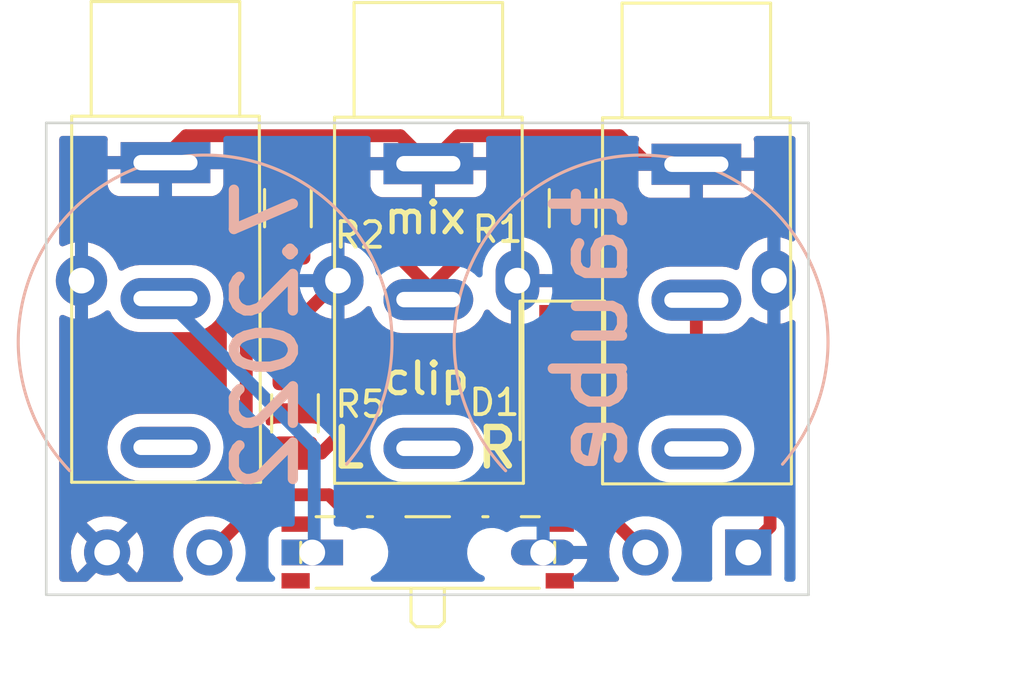
<source format=kicad_pcb>
(kicad_pcb (version 20211014) (generator pcbnew)
  (layers (0 "F.Cu" signal) (31 "B.Cu" signal) (34 "B.Paste" user) (35 "F.Paste" user) (36 "B.SilkS" user "B.Silkscreen") (37 "F.SilkS" user "F.Silkscreen") (38 "B.Mask" user) (39 "F.Mask" user) (44 "Edge.Cuts" user))
  (net 0 "")
  (net 1 "GND")
  (net 2 "Net-(J1-PadT)")
  (net 4 "Net-(J2-PadT)")
  (net 6 "Net-(J3-PadT)")
  (net 8 "Net-(R1-Pad1)")
  (net 9 "Net-(R2-Pad1)")
  (net 10 "Net-(D1-Pad2)")
  (footprint "Diode_SMD:D_SMA" (layer "F.Cu") (at 127.975 74.95 -90)
    (fp_text reference "D1" hide)
    (fp_text value "D")
    (fp_text user "${REFERENCE}" (at 0.55 2.65) (layer "F.SilkS"))
    (fp_line (start -3.4 -1.65) (end -3.4 1.65) (layer "F.SilkS") (width 0.12))
    (fp_line (start -3.4 1.65) (end 2 1.65) (layer "F.SilkS") (width 0.12))
    (fp_line (start -3.4 -1.65) (end 2 -1.65) (layer "F.SilkS") (width 0.12))
    (pad "1" smd rect (at -2 0 270) (size 2.5 1.8) (layers "F.Cu" "F.Paste" "F.Mask") (net 1 "GND"))
    (pad "2" smd rect (at 2 0 270) (size 2.5 1.8) (layers "F.Cu" "F.Paste" "F.Mask") (net 10 "Net-(D1-Pad2)"))
  )
  (footprint "Resistor_SMD:R_1206_3216Metric_Pad1.30x1.75mm_HandSolder" (layer "F.Cu") (at 128.375 67.925 90)
    (fp_text reference "R1" (at -0.825 -2.925) (layer "F.SilkS"))
    (fp_text value "10k")
    (fp_line (start -0.727064 -0.91) (end 0.727064 -0.91) (layer "F.SilkS") (width 0.12))
    (fp_line (start -0.727064 0.91) (end 0.727064 0.91) (layer "F.SilkS") (width 0.12))
    (pad "1" smd roundrect (at -1.55 0 90) (size 1.3 1.75) (layers "F.Cu" "F.Paste" "F.Mask") (roundrect_rratio 0.1923076923) (net 8 "Net-(R1-Pad1)"))
    (pad "2" smd roundrect (at 1.55 0 90) (size 1.3 1.75) (layers "F.Cu" "F.Paste" "F.Mask") (roundrect_rratio 0.1923076923) (net 6 "Net-(J3-PadT)"))
  )
  (footprint "urbsLib:Jack_3.5mm_PJ323_Horizontal" (layer "F.Cu") (at 133.2 71.5125)
    (fp_text reference "J1" hide)
    (fp_text value "AudioJack2_SwitchT")
    (fp_line (start 3.6576 -7.112) (end 3.7084 7.1628) (layer "F.SilkS") (width 0.12))
    (fp_line (start -3.6576 -7.112) (end -3.6576 7.1628) (layer "F.SilkS") (width 0.12))
    (fp_line (start -3.6576 7.1628) (end 3.7084 7.1628) (layer "F.SilkS") (width 0.12))
    (fp_line (start 2.8956 -11.5824) (end -2.8956 -11.5824) (layer "F.SilkS") (width 0.12))
    (fp_line (start -3.6576 -7.112) (end 3.6576 -7.112) (layer "F.SilkS") (width 0.12))
    (fp_line (start -2.8956 -11.5824) (end -2.8956 -7.112) (layer "F.SilkS") (width 0.12))
    (fp_line (start 2.8956 -7.112) (end 2.8956 -11.5824) (layer "F.SilkS") (width 0.12))
    (pad "S" thru_hole rect (at 0 -5.3 180) (size 3.5 1.6) (drill oval 2.5 0.6) (layers *.Cu *.Mask) (net 1 "GND"))
    (pad "T" thru_hole oval (at 0 0 180) (size 3.5 1.6) (drill oval 2.5 0.6) (layers *.Cu *.Mask) (net 2 "Net-(J1-PadT)"))
    (pad "TN" thru_hole oval (at 0 5.8 180) (size 3.5 1.6) (drill oval 2.5 0.6) (layers *.Cu *.Mask))
  )
  (footprint "Button_Switch_SMD:SW_SP3T_PCM13" (layer "F.Cu") (at 122.725 81.025)
    (fp_text reference "SW1" hide)
    (fp_text value "SW_SP3T")
    (fp_line (start 0.45 3.22) (end -0.45 3.22) (layer "F.SilkS") (width 0.12))
    (fp_line (start -0.65 3.02) (end -0.45 3.22) (layer "F.SilkS") (width 0.12))
    (fp_line (start 4.95 0.72) (end 4.95 -0.07) (layer "F.SilkS") (width 0.12))
    (fp_line (start -0.85 -1.07) (end 0.85 -1.07) (layer "F.SilkS") (width 0.12))
    (fp_line (start -4.35 -1.07) (end -3.65 -1.07) (layer "F.SilkS") (width 0.12))
    (fp_line (start 0.65 3.02) (end 0.65 1.72) (layer "F.SilkS") (width 0.12))
    (fp_line (start -4.95 -0.07) (end -4.95 0.72) (layer "F.SilkS") (width 0.12))
    (fp_line (start -4.35 1.72) (end 4.35 1.72) (layer "F.SilkS") (width 0.12))
    (fp_line (start -2.35 -1.07) (end -2.15 -1.07) (layer "F.SilkS") (width 0.12))
    (fp_line (start -0.65 1.72) (end -0.65 3.02) (layer "F.SilkS") (width 0.12))
    (fp_line (start 3.65 -1.07) (end 4.35 -1.07) (layer "F.SilkS") (width 0.12))
    (fp_line (start 0.65 3.02) (end 0.45 3.22) (layer "F.SilkS") (width 0.12))
    (fp_line (start 2.15 -1.07) (end 2.35 -1.07) (layer "F.SilkS") (width 0.12))
    (pad "" smd rect (at 5.15 1.43) (size 1.1 0.6) (layers "F.Cu" "F.Paste" "F.Mask"))
    (pad "" np_thru_hole circle (at 2.5 0.33) (size 0.9 0.9) (drill 0.9) (layers *.Cu *.Mask))
    (pad "" smd rect (at 5.15 -0.78) (size 1.1 0.6) (layers "F.Cu" "F.Paste" "F.Mask"))
    (pad "" smd rect (at -5.15 -0.78) (size 1.1 0.6) (layers "F.Cu" "F.Paste" "F.Mask"))
    (pad "" smd rect (at -5.15 1.43) (size 1.1 0.6) (layers "F.Cu" "F.Paste" "F.Mask"))
    (pad "" np_thru_hole circle (at -2.5 0.33) (size 0.9 0.9) (drill 0.9) (layers *.Cu *.Mask))
    (pad "1" smd rect (at -3 -1.43) (size 0.7 1.5) (layers "F.Cu" "F.Paste" "F.Mask") (net 9 "Net-(R2-Pad1)"))
    (pad "2" smd rect (at -1.5 -1.43) (size 0.7 1.5) (layers "F.Cu" "F.Paste" "F.Mask"))
    (pad "3" smd rect (at 1.5 -1.43) (size 0.7 1.5) (layers "F.Cu" "F.Paste" "F.Mask") (net 10 "Net-(D1-Pad2)"))
    (pad "4" smd rect (at 3 -1.43) (size 0.7 1.5) (layers "F.Cu" "F.Paste" "F.Mask") (net 8 "Net-(R1-Pad1)"))
  )
  (footprint "urbsLib:Jack_3.5mm_PJ323_Horizontal" (layer "F.Cu") (at 112.5 71.45)
    (fp_text reference "J2" hide)
    (fp_text value "AudioJack2_SwitchT")
    (fp_line (start 2.8956 -11.5824) (end -2.8956 -11.5824) (layer "F.SilkS") (width 0.12))
    (fp_line (start -3.6576 -7.112) (end -3.6576 7.1628) (layer "F.SilkS") (width 0.12))
    (fp_line (start -3.6576 -7.112) (end 3.6576 -7.112) (layer "F.SilkS") (width 0.12))
    (fp_line (start -3.6576 7.1628) (end 3.7084 7.1628) (layer "F.SilkS") (width 0.12))
    (fp_line (start 2.8956 -7.112) (end 2.8956 -11.5824) (layer "F.SilkS") (width 0.12))
    (fp_line (start 3.6576 -7.112) (end 3.7084 7.1628) (layer "F.SilkS") (width 0.12))
    (fp_line (start -2.8956 -11.5824) (end -2.8956 -7.112) (layer "F.SilkS") (width 0.12))
    (pad "S" thru_hole rect (at 0 -5.3 180) (size 3.5 1.6) (drill oval 2.5 0.6) (layers *.Cu *.Mask) (net 1 "GND"))
    (pad "T" thru_hole oval (at 0 0 180) (size 3.5 1.6) (drill oval 2.5 0.6) (layers *.Cu *.Mask) (net 4 "Net-(J2-PadT)"))
    (pad "TN" thru_hole oval (at 0 5.8 180) (size 3.5 1.6) (drill oval 2.5 0.6) (layers *.Cu *.Mask))
  )
  (footprint "urbsLib:Jack_3.5mm_PJ323_Horizontal" (layer "F.Cu") (at 122.75 71.49)
    (fp_text reference "J3" hide)
    (fp_text value "AudioJack2_SwitchT")
    (fp_line (start 3.6576 -7.112) (end 3.7084 7.1628) (layer "F.SilkS") (width 0.12))
    (fp_line (start 2.8956 -11.5824) (end -2.8956 -11.5824) (layer "F.SilkS") (width 0.12))
    (fp_line (start -3.6576 -7.112) (end -3.6576 7.1628) (layer "F.SilkS") (width 0.12))
    (fp_line (start 2.8956 -7.112) (end 2.8956 -11.5824) (layer "F.SilkS") (width 0.12))
    (fp_line (start -3.6576 7.1628) (end 3.7084 7.1628) (layer "F.SilkS") (width 0.12))
    (fp_line (start -2.8956 -11.5824) (end -2.8956 -7.112) (layer "F.SilkS") (width 0.12))
    (fp_line (start -3.6576 -7.112) (end 3.6576 -7.112) (layer "F.SilkS") (width 0.12))
    (pad "S" thru_hole rect (at 0 -5.3 180) (size 3.5 1.6) (drill oval 2.5 0.6) (layers *.Cu *.Mask) (net 1 "GND"))
    (pad "T" thru_hole oval (at 0 0 180) (size 3.5 1.6) (drill oval 2.5 0.6) (layers *.Cu *.Mask) (net 6 "Net-(J3-PadT)"))
    (pad "TN" thru_hole oval (at 0 5.8 180) (size 3.5 1.6) (drill oval 2.5 0.6) (layers *.Cu *.Mask))
  )
  (footprint "Resistor_SMD:R_1206_3216Metric_Pad1.30x1.75mm_HandSolder" (layer "F.Cu") (at 117.275 67.925 90)
    (fp_text reference "R2" (at -1.05 2.8 180) (layer "F.SilkS"))
    (fp_text value "10k")
    (fp_line (start -0.727064 -0.91) (end 0.727064 -0.91) (layer "F.SilkS") (width 0.12))
    (fp_line (start -0.727064 0.91) (end 0.727064 0.91) (layer "F.SilkS") (width 0.12))
    (pad "1" smd roundrect (at -1.55 0 90) (size 1.3 1.75) (layers "F.Cu" "F.Paste" "F.Mask") (roundrect_rratio 0.1923076923) (net 9 "Net-(R2-Pad1)"))
    (pad "2" smd roundrect (at 1.55 0 90) (size 1.3 1.75) (layers "F.Cu" "F.Paste" "F.Mask") (roundrect_rratio 0.1923076923) (net 6 "Net-(J3-PadT)"))
  )
  (footprint "Resistor_SMD:R_1206_3216Metric_Pad1.30x1.75mm_HandSolder" (layer "F.Cu") (at 117.55 75.925 -90)
    (fp_text reference "R5" (at -0.35 -2.55 180) (layer "F.SilkS"))
    (fp_text value "10k")
    (fp_line (start -0.727064 -0.91) (end 0.727064 -0.91) (layer "F.SilkS") (width 0.12))
    (fp_line (start -0.727064 0.91) (end 0.727064 0.91) (layer "F.SilkS") (width 0.12))
    (pad "1" smd roundrect (at -1.55 0 270) (size 1.3 1.75) (layers "F.Cu" "F.Paste" "F.Mask") (roundrect_rratio 0.1923076923) (net 1 "GND"))
    (pad "2" smd roundrect (at 1.55 0 270) (size 1.3 1.75) (layers "F.Cu" "F.Paste" "F.Mask") (roundrect_rratio 0.1923076923) (net 10 "Net-(D1-Pad2)"))
  )
  (footprint "urbsLib:Potentiometer_FlatAli_Single_Vertical" (layer "B.Cu") (at 114.225 75.75 180)
    (fp_text reference "RV2" hide)
    (fp_text value "47k")
    (fp_arc (start 5.461 -2.413) (mid 0.350062 9.892926) (end -5.334 -2.159) (layer "B.SilkS") (width 0.12))
    (pad "" thru_hole oval (at 5 5 180) (size 2 2) (drill 1) (layers *.Cu *.Mask) (net 1 "GND"))
    (pad "" thru_hole oval (at -5 5 180) (size 2 2) (drill 1) (layers *.Cu *.Mask) (net 1 "GND"))
    (pad "1" thru_hole rect (at -4 -5.6 180) (size 2.4 1) (drill 1) (layers *.Cu *.Mask) (net 4 "Net-(J2-PadT)"))
    (pad "2" thru_hole circle (at 0.012 -5.6 180) (size 1.8 1.8) (drill 1) (layers *.Cu *.Mask) (net 9 "Net-(R2-Pad1)"))
    (pad "3" thru_hole circle (at 4 -5.6 180) (size 1.8 1.8) (drill 1) (layers *.Cu *.Mask) (net 1 "GND"))
  )
  (footprint "urbsLib:Potentiometer_FlatAli_Single_Vertical" (layer "B.Cu") (at 131.225 75.75 180)
    (fp_text reference "RV1" hide)
    (fp_text value "47k")
    (fp_arc (start 5.461 -2.413) (mid 0.350062 9.892926) (end -5.334 -2.159) (layer "B.SilkS") (width 0.12))
    (pad "" thru_hole oval (at -5 5 180) (size 1.7 2.4) (drill 1) (layers *.Cu *.Mask) (net 1 "GND"))
    (pad "" thru_hole oval (at 5 5 180) (size 1.7 2.4) (drill 1) (layers *.Cu *.Mask) (net 1 "GND"))
    (pad "1" thru_hole rect (at -4 -5.6 180) (size 1.8 1.8) (drill 1) (layers *.Cu *.Mask) (net 2 "Net-(J1-PadT)"))
    (pad "2" thru_hole circle (at 0.012 -5.6 180) (size 1.8 1.8) (drill 1) (layers *.Cu *.Mask) (net 8 "Net-(R1-Pad1)"))
    (pad "3" thru_hole oval (at 4 -5.6 180) (size 2.5 1) (drill 1) (layers *.Cu *.Mask) (net 1 "GND"))
  )
  (gr_line (start 137.575 83) (end 107.85 83) (layer "Edge.Cuts") (width 0.1))
  (gr_line (start 107.85 64.6) (end 137.575 64.6) (layer "Edge.Cuts") (width 0.1))
  (gr_line (start 137.575 64.6) (end 137.575 83) (layer "Edge.Cuts") (width 0.1))
  (gr_line (start 107.85 83) (end 107.85 64.6) (layer "Edge.Cuts") (width 0.1))
  (gr_text "7.2022" (at 116.425 72.9 90) (layer "B.SilkS") (effects (font (size 2.3 2.3) (thickness 0.4)) (justify mirror)))
  (gr_text "taube" (at 129.075 72.7 90) (layer "B.SilkS") (effects (font (size 2.7 2.7) (thickness 0.4)) (justify mirror)))
  (gr_text "clip" (at 122.675 74.575) (layer "F.SilkS") (effects (font (size 1.2 1.2) (thickness 0.2))))
  (gr_text "L" (at 119.625 77.275) (layer "F.SilkS") (effects (font (size 1.5 1.5) (thickness 0.25))))
  (gr_text "R" (at 125.425 77.275) (layer "F.SilkS") (effects (font (size 1.5 1.5) (thickness 0.25))))
  (gr_text "mix" (at 122.625 68.3) (layer "F.SilkS") (effects (font (size 1.2 1.2) (thickness 0.2))))
  (segment (start 112.5 66.15) (end 112.5 65.9) (width 0.5) (layer "F.Cu") (net 1))
  (segment (start 125.525 73.95) (end 117.975 73.95) (width 0.5) (layer "F.Cu") (net 1))
  (segment (start 117.55 74.375) (end 117.55 72.425) (width 0.5) (layer "F.Cu") (net 1))
  (segment (start 117.975 73.95) (end 117.55 74.375) (width 0.5) (layer "F.Cu") (net 1))
  (segment (start 121.66 65.1) (end 122.75 66.19) (width 0.5) (layer "F.Cu") (net 1))
  (segment (start 113.3 65.1) (end 121.66 65.1) (width 0.5) (layer "F.Cu") (net 1))
  (segment (start 122.89 66.19) (end 122.9 66.2) (width 0.25) (layer "F.Cu") (net 1))
  (segment (start 117.55 72.425) (end 119.225 70.75) (width 0.5) (layer "F.Cu") (net 1))
  (segment (start 132.95 66.2) (end 133 66.15) (width 0.25) (layer "F.Cu") (net 1))
  (segment (start 126.525 72.95) (end 125.525 73.95) (width 0.5) (layer "F.Cu") (net 1))
  (segment (start 123.9 65.1) (end 130.2 65.1) (width 0.5) (layer "F.Cu") (net 1))
  (segment (start 127.975 72.95) (end 126.525 72.95) (width 0.5) (layer "F.Cu") (net 1))
  (segment (start 122.75 66.19) (end 122.81 66.19) (width 0.5) (layer "F.Cu") (net 1))
  (segment (start 130.2 65.1) (end 131.25 66.15) (width 0.5) (layer "F.Cu") (net 1))
  (segment (start 131.25 66.15) (end 133.025 66.15) (width 0.5) (layer "F.Cu") (net 1))
  (segment (start 133.025 66.15) (end 133.95 66.15) (width 0.5) (layer "F.Cu") (net 1))
  (segment (start 122.81 66.19) (end 123.9 65.1) (width 0.5) (layer "F.Cu") (net 1))
  (segment (start 112.5 65.9) (end 113.3 65.1) (width 0.5) (layer "F.Cu") (net 1))
  (segment (start 133.2 73.275) (end 136.075 76.15) (width 0.5) (layer "F.Cu") (net 2))
  (segment (start 135.362 81.063) (end 135.362 81.425) (width 0.5) (layer "F.Cu") (net 2))
  (segment (start 136.075 80.35) (end 135.362 81.063) (width 0.5) (layer "F.Cu") (net 2))
  (segment (start 133.2 71.5125) (end 133.2 73.275) (width 0.5) (layer "F.Cu") (net 2))
  (segment (start 136.075 76.15) (end 136.075 80.35) (width 0.5) (layer "F.Cu") (net 2))
  (segment (start 118.3 81.4) (end 118.3 77.25) (width 0.5) (layer "B.Cu") (net 4))
  (segment (start 118.3 77.25) (end 112.5 71.45) (width 0.5) (layer "B.Cu") (net 4))
  (segment (start 118.15 66.375) (end 122.75 70.975) (width 0.5) (layer "F.Cu") (net 6))
  (segment (start 122.75 71.1) (end 122.75 71.49) (width 0.5) (layer "F.Cu") (net 6))
  (segment (start 127.475 66.375) (end 122.75 71.1) (width 0.5) (layer "F.Cu") (net 6))
  (segment (start 122.75 70.975) (end 122.75 71.49) (width 0.5) (layer "F.Cu") (net 6))
  (segment (start 128.375 66.375) (end 127.475 66.375) (width 0.5) (layer "F.Cu") (net 6))
  (segment (start 117.275 66.375) (end 118.15 66.375) (width 0.5) (layer "F.Cu") (net 6))
  (segment (start 126.155 79.595) (end 126.725 79.025) (width 0.5) (layer "F.Cu") (net 8))
  (segment (start 128.888 79.025) (end 129.1315 79.2685) (width 0.5) (layer "F.Cu") (net 8))
  (segment (start 129.1315 79.2685) (end 131.213 81.35) (width 0.5) (layer "F.Cu") (net 8))
  (segment (start 125.775 79.645) (end 125.775 79.4) (width 0.5) (layer "F.Cu") (net 8))
  (segment (start 128.375 69.475) (end 130.075 71.175) (width 0.5) (layer "F.Cu") (net 8))
  (segment (start 125.725 79.595) (end 126.155 79.595) (width 0.5) (layer "F.Cu") (net 8))
  (segment (start 130.075 71.175) (end 130.075 78.325) (width 0.5) (layer "F.Cu") (net 8))
  (segment (start 126.725 79.025) (end 128.888 79.025) (width 0.5) (layer "F.Cu") (net 8))
  (segment (start 130.075 78.325) (end 129.1315 79.2685) (width 0.5) (layer "F.Cu") (net 8))
  (segment (start 117.275 69.475) (end 117.275 70.5) (width 0.5) (layer "F.Cu") (net 9))
  (segment (start 115.65 72.125) (end 115.65 78.9) (width 0.5) (layer "F.Cu") (net 9))
  (segment (start 115.65 79.913) (end 114.213 81.35) (width 0.5) (layer "F.Cu") (net 9))
  (segment (start 115.85 79.1) (end 115.65 78.9) (width 0.5) (layer "F.Cu") (net 9))
  (segment (start 118.875 79.1) (end 115.85 79.1) (width 0.5) (layer "F.Cu") (net 9))
  (segment (start 119.37 79.595) (end 118.875 79.1) (width 0.5) (layer "F.Cu") (net 9))
  (segment (start 117.275 70.5) (end 115.65 72.125) (width 0.5) (layer "F.Cu") (net 9))
  (segment (start 119.725 79.595) (end 119.37 79.595) (width 0.5) (layer "F.Cu") (net 9))
  (segment (start 115.65 78.9) (end 115.65 79.913) (width 0.5) (layer "F.Cu") (net 9))
  (segment (start 126.3 76.95) (end 126.45 76.95) (width 0.5) (layer "F.Cu") (net 10))
  (segment (start 121 75.05) (end 124.55 75.05) (width 0.5) (layer "F.Cu") (net 10))
  (segment (start 124.225 79.025) (end 126.3 76.95) (width 0.5) (layer "F.Cu") (net 10))
  (segment (start 117.025 77.6) (end 117.65 77.6) (width 0.5) (layer "F.Cu") (net 10))
  (segment (start 126.45 76.95) (end 127.975 76.95) (width 0.5) (layer "F.Cu") (net 10))
  (segment (start 118.575 77.475) (end 121 75.05) (width 0.5) (layer "F.Cu") (net 10))
  (segment (start 124.55 75.05) (end 126.45 76.95) (width 0.5) (layer "F.Cu") (net 10))
  (segment (start 124.225 79.595) (end 124.225 79.025) (width 0.5) (layer "F.Cu") (net 10))
  (segment (start 117.55 77.475) (end 118.575 77.475) (width 0.5) (layer "F.Cu") (net 10))
  (segment (start 124.275 79.645) (end 124.275 78.95) (width 0.5) (layer "F.Cu") (net 10))
  (segment (start 127.85 77.925) (end 127.85 77.325) (width 0.5) (layer "F.Cu") (net 10))
  (zone (net 1) (net_name "GND") (layers F&B.Cu) (connect_pads (clearance 0.508)) (min_thickness 0.254) (fill yes (thermal_gap 0.508) (thermal_bridge_width 0.508))
    (polygon (pts (xy 138 83) (xy 107.6 83) (xy 107.6 64.8) (xy 138 64.8)))
  )
)
</source>
